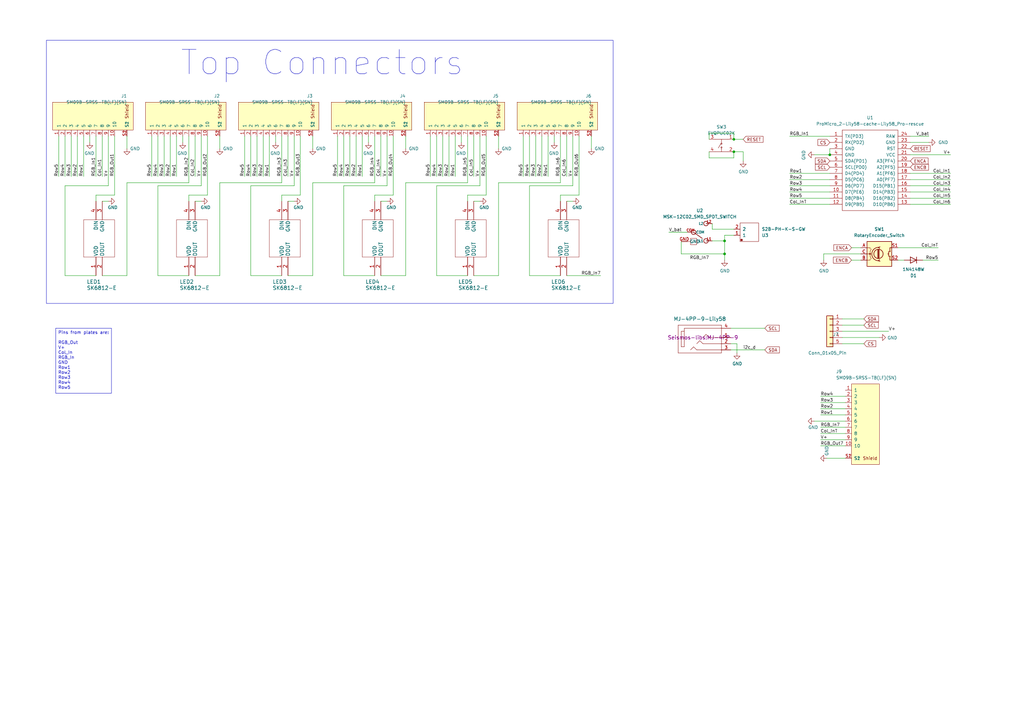
<source format=kicad_sch>
(kicad_sch (version 20230121) (generator eeschema)
  (paper "A3")
  (lib_symbols
    (symbol "Diode:1N4148W" (pin_numbers hide) (pin_names hide)
      (property "Reference" "D" (at 0 2.54 0))
      (property "Value" "1N4148W" (at 0 -2.54 0))
      (symbol "1N4148W_0_1"
        (polyline (pts (xy -1.27 1.27) (xy -1.27 -1.27)) (stroke (width 0.254)))
        (polyline (pts (xy 1.27 0) (xy -1.27 0)))
        (polyline (pts (xy 1.27 1.27) (xy 1.27 -1.27) (xy -1.27 0) (xy 1.27 1.27)) (stroke (width 0.254)))
      )
      (symbol "1N4148W_1_1"
        (pin passive line (at -3.81 0 0) (length 2.54) (name "K") (number "1"))
        (pin passive line (at 3.81 0 180) (length 2.54) (name "A") (number "2"))
      )
    )
    (symbol "GND_1" (power) (pin_names (offset 0))
      (property "Value" "GND_1" (at 0 -3.81 0))
      (symbol "GND_1_0_1"
        (polyline (pts (xy 0 0) (xy 0 -1.27) (xy 1.27 -1.27) (xy 0 -2.54) (xy -1.27 -1.27) (xy 0 -1.27)))
      )
      (symbol "GND_1_1_1"
        (pin power_in line (at 0 0 270) (length 0) hide (name "GND") (number "1"))
      )
    )
    (symbol "Seismos-sym:Conn_01x05" (pin_names (offset 1.016) hide)
      (property "Reference" "J" (at 0 7.62 0))
      (property "Value" "Conn_01x05" (at 0 -7.62 0))
      (symbol "Conn_01x05_1_1"
        (rectangle (start -1.27 -4.953) (end 0 -5.207) (stroke (width 0.1524)))
        (rectangle (start -1.27 -2.413) (end 0 -2.667) (stroke (width 0.1524)))
        (rectangle (start -1.27 0.127) (end 0 -0.127) (stroke (width 0.1524)))
        (rectangle (start -1.27 2.667) (end 0 2.413) (stroke (width 0.1524)))
        (rectangle (start -1.27 5.207) (end 0 4.953) (stroke (width 0.1524)))
        (rectangle (start -1.27 6.35) (end 1.27 -6.35) (stroke (width 0.254)) (fill (type background)))
        (pin passive line (at -5.08 5.08 0) (length 3.81) (name "Pin_1") (number "1"))
        (pin passive line (at -5.08 2.54 0) (length 3.81) (name "Pin_2") (number "2"))
        (pin passive line (at -5.08 0 0) (length 3.81) (name "Pin_3") (number "3"))
        (pin passive line (at -5.08 -2.54 0) (length 3.81) (name "Pin_4") (number "4"))
        (pin passive line (at -5.08 -5.08 0) (length 3.81) (name "Pin_5") (number "5"))
      )
    )
    (symbol "Seismos-sym:EVQPUC02K" (pin_names (offset 1.016) hide)
      (property "Reference" "SW" (at 0 7.747 0))
      (property "Value" "EVQPUC02K" (at 0 12.827 0))
      (symbol "EVQPUC02K_1_1"
        (circle (center 0 -0.762) (radius 0.254) (stroke (width 0.1524)))
        (polyline (pts (xy -2.54 -2.54) (xy 2.54 -2.54)) (stroke (width 0.1524)))
        (polyline (pts (xy -2.54 2.54) (xy 2.54 2.54)) (stroke (width 0.1524)))
        (polyline (pts (xy -1.27 -1.016) (xy -0.254 0.762)) (stroke (width 0.1524)))
        (polyline (pts (xy 0 -2.54) (xy 0 -1.524)) (stroke (width 0.1524)))
        (polyline (pts (xy 0 -1.524) (xy 0 -0.762)) (stroke (width 0.1524)))
        (polyline (pts (xy 0 2.54) (xy 0 0.762)) (stroke (width 0.1524)))
        (circle (center 0 0.762) (radius 0.254) (stroke (width 0.1524)))
        (pin input line (at 5.08 2.54 180) (length 2.54) (name "1") (number "1"))
        (pin input line (at 5.08 -2.54 180) (length 2.54) (name "2") (number "2"))
        (pin input line (at -5.08 2.54 0) (length 2.54) (name "3") (number "3"))
        (pin input line (at -5.08 -2.54 0) (length 2.54) (name "4") (number "4"))
      )
    )
    (symbol "Seismos-sym:MJ-4PP-9-Lily58" (pin_names (offset 1.016))
      (property "Reference" "J" (at -8.89 -7.62 0))
      (property "Value" "MJ-4PP-9-Lily58" (at -3.81 6.35 0))
      (property "Footprint" "Seismos-libs:MJ-4PP-9" (at 0 0 0))
      (symbol "MJ-4PP-9-Lily58_0_1"
        (rectangle (start -7.62 2.54) (end -8.89 -3.81))
        (polyline (pts (xy 2.54 0) (xy 7.62 0)))
        (polyline (pts (xy -2.54 -5.08) (xy 7.62 -5.08) (xy 7.62 -5.08)))
        (polyline (pts (xy 0 -2.54) (xy -1.27 -1.27) (xy -2.54 -2.54)))
        (polyline (pts (xy 0 0) (xy 1.27 1.27) (xy 2.54 0)))
        (polyline (pts (xy 7.62 3.81) (xy -7.62 3.81) (xy -7.62 2.54)))
        (polyline (pts (xy -2.54 -5.08) (xy -3.81 -3.81) (xy -5.08 -5.08) (xy -5.08 -5.08)))
        (polyline (pts (xy 0 -2.54) (xy 7.62 -2.54) (xy 7.62 -2.54) (xy 7.62 -2.54)))
        (rectangle (start 7.62 -6.35) (end -10.16 5.08))
      )
      (symbol "MJ-4PP-9-Lily58_1_1"
        (pin passive line (at 11.43 0 180) (length 3.81) (name "~") (number "1"))
        (pin passive line (at 11.43 -2.54 180) (length 3.81) (name "~") (number "2"))
        (pin passive line (at 11.43 -5.08 180) (length 3.81) (name "~") (number "3"))
        (pin passive line (at 11.43 3.81 180) (length 3.81) (name "~") (number "4"))
      )
    )
    (symbol "Seismos-sym:MSK-12C02_SMD_SPDT_SWITCH" (pin_names (offset 1.016))
      (property "Reference" "U" (at -5.08 7.62 0))
      (property "Value" "MSK-12C02_SMD_SPDT_SWITCH" (at -5.08 -7.62 0))
      (symbol "MSK-12C02_SMD_SPDT_SWITCH_0_0"
        (circle (center -5.08 0) (radius 0.9158) (stroke (width 0.254)))
        (circle (center 0 -3.556) (radius 0.9158) (stroke (width 0.254)))
        (polyline (pts (xy -5.08 0) (xy -1.524 -2.54)) (stroke (width 0.254)))
        (circle (center 0 3.556) (radius 0.9158) (stroke (width 0.254)))
        (pin bidirectional line (at -7.62 0 0) (length 2.54) (name "COM") (number "COM"))
        (pin bidirectional line (at 2.54 -3.556 180) (length 2.54) (name "L1") (number "L1"))
        (pin bidirectional line (at 2.54 3.556 180) (length 2.54) (name "L2") (number "L2"))
      )
      (symbol "MSK-12C02_SMD_SPDT_SWITCH_0_1"
        (rectangle (start -6.35 -2.54) (end -3.81 -5.08))
        (polyline (pts (xy -7.62 -3.81) (xy -6.35 -3.81)))
      )
      (symbol "MSK-12C02_SMD_SPDT_SWITCH_1_1"
        (pin bidirectional line (at -10.16 -3.81 0) (length 2.54) (name "GND") (number "GND"))
      )
    )
    (symbol "Seismos-sym:ProMicro_2-Lily58" (pin_names (offset 1.016))
      (property "Reference" "U" (at 0 17.78 0))
      (property "Value" "ProMicro_2-Lily58" (at 0 -17.78 0))
      (symbol "ProMicro_2-Lily58_0_1"
        (rectangle (start -11.43 16.51) (end 11.43 -16.51))
      )
      (symbol "ProMicro_2-Lily58_1_1"
        (pin bidirectional line (at -16.51 13.97 0) (length 5.08) (name "TX(PD3)") (number "1"))
        (pin input line (at -16.51 -8.89 0) (length 5.08) (name "D7(PE6)") (number "10"))
        (pin input line (at -16.51 -11.43 0) (length 5.08) (name "D8(PB4)") (number "11"))
        (pin input line (at -16.51 -13.97 0) (length 5.08) (name "D9(PB5)") (number "12"))
        (pin input line (at 16.51 -13.97 180) (length 5.08) (name "D10(PB6)") (number "13"))
        (pin input line (at 16.51 -11.43 180) (length 5.08) (name "D16(PB2)") (number "14"))
        (pin input line (at 16.51 -8.89 180) (length 5.08) (name "D14(PB3)") (number "15"))
        (pin input line (at 16.51 -6.35 180) (length 5.08) (name "D15(PB1)") (number "16"))
        (pin input line (at 16.51 -3.81 180) (length 5.08) (name "A0(PF7)") (number "17"))
        (pin input line (at 16.51 -1.27 180) (length 5.08) (name "A1(PF6)") (number "18"))
        (pin input line (at 16.51 1.27 180) (length 5.08) (name "A2(PF5)") (number "19"))
        (pin input line (at -16.51 11.43 0) (length 5.08) (name "RX(PD2)") (number "2"))
        (pin input line (at 16.51 3.81 180) (length 5.08) (name "A3(PF4)") (number "20"))
        (pin input line (at 16.51 6.35 180) (length 5.08) (name "VCC") (number "21"))
        (pin input line (at 16.51 8.89 180) (length 5.08) (name "RST") (number "22"))
        (pin input line (at 16.51 11.43 180) (length 5.08) (name "GND") (number "23"))
        (pin input line (at 16.51 13.97 180) (length 5.08) (name "RAW") (number "24"))
        (pin input line (at -16.51 8.89 0) (length 5.08) (name "GND") (number "3"))
        (pin input line (at -16.51 6.35 0) (length 5.08) (name "GND") (number "4"))
        (pin input line (at -16.51 3.81 0) (length 5.08) (name "SDA(PD1)") (number "5"))
        (pin input line (at -16.51 1.27 0) (length 5.08) (name "SCL(PD0)") (number "6"))
        (pin input line (at -16.51 -1.27 0) (length 5.08) (name "D4(PD4)") (number "7"))
        (pin input line (at -16.51 -3.81 0) (length 5.08) (name "D5(PC6)") (number "8"))
        (pin input line (at -16.51 -6.35 0) (length 5.08) (name "D6(PD7)") (number "9"))
      )
    )
    (symbol "Seismos-sym:RotaryEncoder_Switch" (pin_names (offset 0.254) hide)
      (property "Reference" "SW" (at 0 6.604 0))
      (property "Value" "RotaryEncoder_Switch" (at 0 -6.604 0))
      (symbol "RotaryEncoder_Switch_0_1"
        (rectangle (start -5.08 5.08) (end 5.08 -5.08) (stroke (width 0.254)) (fill (type background)))
        (circle (center -3.81 0) (radius 0.254) (fill (type outline)))
        (circle (center -0.381 0) (radius 1.905) (stroke (width 0.254)))
        (arc (start -0.381 2.667) (mid -3.0988 -0.0635) (end -0.381 -2.794) (stroke (width 0.254)))
        (polyline (pts (xy -0.635 -1.778) (xy -0.635 1.778)) (stroke (width 0.254)))
        (polyline (pts (xy -0.381 -1.778) (xy -0.381 1.778)) (stroke (width 0.254)))
        (polyline (pts (xy -0.127 1.778) (xy -0.127 -1.778)) (stroke (width 0.254)))
        (polyline (pts (xy 3.81 0) (xy 3.429 0)) (stroke (width 0.254)))
        (polyline (pts (xy 3.81 1.016) (xy 3.81 -1.016)) (stroke (width 0.254)))
        (polyline (pts (xy -5.08 -2.54) (xy -3.81 -2.54) (xy -3.81 -2.032)))
        (polyline (pts (xy -5.08 2.54) (xy -3.81 2.54) (xy -3.81 2.032)))
        (polyline (pts (xy 0.254 -3.048) (xy -0.508 -2.794) (xy 0.127 -2.413)) (stroke (width 0.254)))
        (polyline (pts (xy 0.254 2.921) (xy -0.508 2.667) (xy 0.127 2.286)) (stroke (width 0.254)))
        (polyline (pts (xy 5.08 -2.54) (xy 4.318 -2.54) (xy 4.318 -1.016)) (stroke (width 0.254)))
        (polyline (pts (xy 5.08 2.54) (xy 4.318 2.54) (xy 4.318 1.016)) (stroke (width 0.254)))
        (polyline (pts (xy -5.08 0) (xy -3.81 0) (xy -3.81 -1.016) (xy -3.302 -2.032)))
        (polyline (pts (xy -4.318 0) (xy -3.81 0) (xy -3.81 1.016) (xy -3.302 2.032)))
        (circle (center 4.318 -1.016) (radius 0.127) (stroke (width 0.254)))
        (circle (center 4.318 1.016) (radius 0.127) (stroke (width 0.254)))
      )
      (symbol "RotaryEncoder_Switch_1_1"
        (pin passive line (at -7.62 2.54 0) (length 2.54) (name "A") (number "A"))
        (pin passive line (at -7.62 -2.54 0) (length 2.54) (name "B") (number "B"))
        (pin passive line (at -7.62 0 0) (length 2.54) (name "C") (number "C"))
        (pin passive line (at 7.62 2.54 180) (length 2.54) (name "S1") (number "S1"))
        (pin passive line (at 7.62 -2.54 180) (length 2.54) (name "S2") (number "S2"))
      )
    )
    (symbol "Seismos-sym:S2B-PH-K-S-GW" (pin_names (offset 1.016))
      (property "Reference" "U" (at 0 6.35 0))
      (property "Value" "S2B-PH-K-S-GW" (at 0 11.43 0))
      (symbol "S2B-PH-K-S-GW_1_1"
        (rectangle (start -2.54 3.81) (end 5.08 -3.81) (stroke (width 0.1524)))
        (circle (center -1.905 3.175) (radius 0.381) (stroke (width 0.1524)) (fill (type outline)))
        (pin input line (at -5.08 1.27 0) (length 2.54) (name "1") (number "1"))
        (pin input line (at -5.08 -1.27 0) (length 2.54) (name "2") (number "2"))
      )
    )
    (symbol "Seismos-sym:SK6812-E" (pin_names (offset 0.254))
      (property "Reference" "LED" (at 15.24 -10.16 0))
      (property "Value" "SK6812-E" (at 15.24 -12.7 0))
      (symbol "SK6812-E_1_1"
        (polyline (pts (xy 7.62 -7.62) (xy 22.86 -7.62)) (stroke (width 0.127)))
        (polyline (pts (xy 7.62 5.08) (xy 7.62 -7.62)) (stroke (width 0.127)))
        (polyline (pts (xy 22.86 -7.62) (xy 22.86 5.08)) (stroke (width 0.127)))
        (polyline (pts (xy 22.86 5.08) (xy 7.62 5.08)) (stroke (width 0.127)))
        (pin power_in line (at 0 0 0) (length 7.62) (name "VDD") (number "1"))
        (pin output line (at 0 -2.54 0) (length 7.62) (name "DOUT") (number "2"))
        (pin power_out line (at 30.48 -2.54 180) (length 7.62) (name "GND") (number "3"))
        (pin input line (at 30.48 0 180) (length 7.62) (name "DIN") (number "4"))
      )
    )
    (symbol "Seismos-sym:SM10B-SRSS-TB_(LF)(SN)" (pin_names (offset 1.016))
      (property "Reference" "CN" (at -9.4742 3.81 90))
      (property "Value" "SM10B-SRSS-TB_(LF)(SN)" (at 1.27 20.32 0))
      (symbol "SM10B-SRSS-TB_(LF)(SN)_1_1"
        (rectangle (start -3.81 17.78) (end 7.62 -15.24) (stroke (width 0.1524)) (fill (type background)))
        (text "Shield" (at 3.81 -12.7 0) (effects (font (size 1.27 1.27))))
        (pin input line (at -6.35 15.24 0) (length 2.54) (name "1") (number "1"))
        (pin input line (at -6.35 -7.62 0) (length 2.54) (name "10") (number "10"))
        (pin input line (at -6.35 12.7 0) (length 2.54) (name "2") (number "2"))
        (pin input line (at -6.35 10.16 0) (length 2.54) (name "3") (number "3"))
        (pin input line (at -6.35 7.62 0) (length 2.54) (name "4") (number "4"))
        (pin input line (at -6.35 5.08 0) (length 2.54) (name "5") (number "5"))
        (pin input line (at -6.35 2.54 0) (length 2.54) (name "6") (number "6"))
        (pin input line (at -6.35 0 0) (length 2.54) (name "7") (number "7"))
        (pin input line (at -6.35 -2.54 0) (length 2.54) (name "8") (number "8"))
        (pin input line (at -6.35 -5.08 0) (length 2.54) (name "9") (number "9"))
        (pin input line (at -6.35 -12.7 0) (length 2.54) (name "S1") (number "S1"))
        (pin input line (at -6.35 -12.7 0) (length 2.54) (name "S2") (number "S2"))
      )
    )
    (symbol "power:GND" (power) (pin_names (offset 0))
      (property "Value" "GND" (at 0 -3.81 0))
      (symbol "GND_0_1"
        (polyline (pts (xy 0 0) (xy 0 -1.27) (xy 1.27 -1.27) (xy 0 -2.54) (xy -1.27 -1.27) (xy 0 -1.27)))
      )
      (symbol "GND_1_1"
        (pin power_in line (at 0 0 270) (length 0) hide (name "GND") (number "1"))
      )
    )
  )
  (junction (at 297.18 98.806))
  (junction (at 340.36 63.5))
  (junction (at 300.99 62.23))
  (junction (at 300.99 57.15))
  (junction (at 297.18 104.14))
  (wire (pts (xy 323.85 83.82) (xy 340.36 83.82)))
  (wire (pts (xy 41.91 82.55) (xy 44.45 82.55)))
  (wire (pts (xy 179.07 76.2) (xy 179.07 113.03)))
  (wire (pts (xy 24.13 55.88) (xy 24.13 72.39)))
  (wire (pts (xy 166.37 55.88) (xy 166.37 60.96)))
  (wire (pts (xy 179.07 113.03) (xy 191.77 113.03)))
  (wire (pts (xy 323.85 76.2) (xy 340.36 76.2)))
  (wire (pts (xy 237.49 80.01) (xy 229.87 80.01)))
  (wire (pts (xy 128.27 113.03) (xy 128.27 74.93)))
  (wire (pts (xy 153.67 55.88) (xy 153.67 74.93)))
  (wire (pts (xy 300.99 54.61) (xy 300.99 57.15)))
  (wire (pts (xy 69.85 55.88) (xy 69.85 72.39)))
  (wire (pts (xy 323.85 78.74) (xy 340.36 78.74)))
  (wire (pts (xy 373.38 78.74) (xy 389.89 78.74)))
  (wire (pts (xy 300.99 96.52) (xy 297.18 96.52)))
  (wire (pts (xy 140.97 113.03) (xy 153.67 113.03)))
  (wire (pts (xy 336.55 167.64) (xy 346.71 167.64)))
  (wire (pts (xy 297.18 106.68) (xy 297.18 104.14)))
  (wire (pts (xy 100.33 55.88) (xy 100.33 72.39)))
  (wire (pts (xy 118.11 113.03) (xy 128.27 113.03)))
  (wire (pts (xy 64.77 113.03) (xy 77.47 113.03)))
  (wire (pts (xy 345.44 133.35) (xy 354.33 133.35)))
  (wire (pts (xy 191.77 80.01) (xy 191.77 82.55)))
  (wire (pts (xy 115.57 80.01) (xy 115.57 82.55)))
  (wire (pts (xy 232.41 55.88) (xy 232.41 72.39)))
  (wire (pts (xy 323.85 73.66) (xy 340.36 73.66)))
  (wire (pts (xy 373.38 58.42) (xy 381 58.42)))
  (wire (pts (xy 323.85 71.12) (xy 340.36 71.12)))
  (wire (pts (xy 299.72 134.62) (xy 313.69 134.62)))
  (wire (pts (xy 204.47 74.93) (xy 229.87 74.93)))
  (wire (pts (xy 85.09 55.88) (xy 85.09 80.01)))
  (wire (pts (xy 153.67 80.01) (xy 153.67 82.55)))
  (wire (pts (xy 189.23 55.88) (xy 189.23 58.42)))
  (wire (pts (xy 41.91 113.03) (xy 52.07 113.03)))
  (wire (pts (xy 336.55 162.56) (xy 346.71 162.56)))
  (wire (pts (xy 337.82 104.14) (xy 337.82 106.68)))
  (wire (pts (xy 373.38 55.88) (xy 381 55.88)))
  (wire (pts (xy 156.21 113.03) (xy 166.37 113.03)))
  (wire (pts (xy 151.13 55.88) (xy 151.13 58.42)))
  (wire (pts (xy 297.18 98.806) (xy 297.18 104.14)))
  (wire (pts (xy 80.01 55.88) (xy 80.01 72.39)))
  (wire (pts (xy 181.61 55.88) (xy 181.61 72.39)))
  (wire (pts (xy 304.8 66.04) (xy 304.8 62.23)))
  (wire (pts (xy 224.79 55.88) (xy 224.79 72.39)))
  (wire (pts (xy 52.07 74.93) (xy 77.47 74.93)))
  (wire (pts (xy 290.83 62.23) (xy 290.83 64.77)))
  (wire (pts (xy 34.29 55.88) (xy 34.29 72.39)))
  (wire (pts (xy 156.21 55.88) (xy 156.21 72.39)))
  (wire (pts (xy 82.55 55.88) (xy 82.55 76.2)))
  (wire (pts (xy 232.41 113.03) (xy 246.38 113.03)))
  (wire (pts (xy 237.49 55.88) (xy 237.49 80.01)))
  (wire (pts (xy 373.38 83.82) (xy 389.89 83.82)))
  (wire (pts (xy 74.93 55.88) (xy 74.93 58.42)))
  (wire (pts (xy 90.17 74.93) (xy 115.57 74.93)))
  (wire (pts (xy 349.25 101.6) (xy 353.06 101.6)))
  (wire (pts (xy 123.19 80.01) (xy 115.57 80.01)))
  (wire (pts (xy 176.53 55.88) (xy 176.53 72.39)))
  (wire (pts (xy 232.41 82.55) (xy 234.95 82.55)))
  (wire (pts (xy 336.55 175.26) (xy 346.71 175.26)))
  (wire (pts (xy 64.77 55.88) (xy 64.77 72.39)))
  (wire (pts (xy 214.63 55.88) (xy 214.63 72.39)))
  (wire (pts (xy 39.37 80.01) (xy 39.37 82.55)))
  (wire (pts (xy 146.05 55.88) (xy 146.05 72.39)))
  (wire (pts (xy 143.51 55.88) (xy 143.51 72.39)))
  (wire (pts (xy 113.03 55.88) (xy 113.03 58.42)))
  (wire (pts (xy 336.55 182.88) (xy 346.71 182.88)))
  (wire (pts (xy 80.01 113.03) (xy 90.17 113.03)))
  (wire (pts (xy 44.45 55.88) (xy 44.45 76.2)))
  (wire (pts (xy 234.95 55.88) (xy 234.95 76.2)))
  (wire (pts (xy 64.77 76.2) (xy 64.77 113.03)))
  (wire (pts (xy 123.19 55.88) (xy 123.19 80.01)))
  (wire (pts (xy 336.55 180.34) (xy 346.71 180.34)))
  (wire (pts (xy 290.83 54.61) (xy 300.99 54.61)))
  (wire (pts (xy 158.75 76.2) (xy 140.97 76.2)))
  (wire (pts (xy 102.87 55.88) (xy 102.87 72.39)))
  (wire (pts (xy 105.41 55.88) (xy 105.41 72.39)))
  (wire (pts (xy 242.57 55.88) (xy 242.57 60.96)))
  (wire (pts (xy 227.33 55.88) (xy 227.33 58.42)))
  (wire (pts (xy 118.11 82.55) (xy 120.65 82.55)))
  (wire (pts (xy 323.85 81.28) (xy 340.36 81.28)))
  (wire (pts (xy 373.38 81.28) (xy 389.89 81.28)))
  (wire (pts (xy 336.55 170.18) (xy 346.71 170.18)))
  (wire (pts (xy 72.39 55.88) (xy 72.39 72.39)))
  (wire (pts (xy 368.3 106.68) (xy 370.84 106.68)))
  (wire (pts (xy 90.17 113.03) (xy 90.17 74.93)))
  (wire (pts (xy 300.99 64.77) (xy 300.99 62.23)))
  (wire (pts (xy 120.65 76.2) (xy 102.87 76.2)))
  (wire (pts (xy 297.18 96.52) (xy 297.18 98.806)))
  (wire (pts (xy 323.85 55.88) (xy 340.36 55.88)))
  (wire (pts (xy 345.44 138.43) (xy 360.68 138.43)))
  (wire (pts (xy 199.39 80.01) (xy 191.77 80.01)))
  (wire (pts (xy 373.38 76.2) (xy 389.89 76.2)))
  (wire (pts (xy 191.77 55.88) (xy 191.77 74.93)))
  (wire (pts (xy 194.31 55.88) (xy 194.31 72.39)))
  (wire (pts (xy 340.36 60.96) (xy 340.36 63.5)))
  (wire (pts (xy 217.17 113.03) (xy 229.87 113.03)))
  (wire (pts (xy 107.95 55.88) (xy 107.95 72.39)))
  (wire (pts (xy 140.97 76.2) (xy 140.97 113.03)))
  (wire (pts (xy 222.25 55.88) (xy 222.25 72.39)))
  (wire (pts (xy 77.47 55.88) (xy 77.47 74.93)))
  (wire (pts (xy 102.87 76.2) (xy 102.87 113.03)))
  (wire (pts (xy 44.45 76.2) (xy 26.67 76.2)))
  (wire (pts (xy 292.1 93.98) (xy 300.99 93.98)))
  (wire (pts (xy 62.23 55.88) (xy 62.23 72.39)))
  (wire (pts (xy 196.85 76.2) (xy 179.07 76.2)))
  (wire (pts (xy 378.46 106.68) (xy 384.81 106.68)))
  (wire (pts (xy 52.07 55.88) (xy 52.07 60.96)))
  (wire (pts (xy 234.95 76.2) (xy 217.17 76.2)))
  (wire (pts (xy 161.29 55.88) (xy 161.29 80.01)))
  (wire (pts (xy 138.43 55.88) (xy 138.43 72.39)))
  (wire (pts (xy 340.36 63.5) (xy 334.01 63.5)))
  (wire (pts (xy 368.3 101.6) (xy 384.81 101.6)))
  (wire (pts (xy 229.87 55.88) (xy 229.87 74.93)))
  (wire (pts (xy 46.99 55.88) (xy 46.99 80.01)))
  (wire (pts (xy 219.71 55.88) (xy 219.71 72.39)))
  (wire (pts (xy 229.87 80.01) (xy 229.87 82.55)))
  (wire (pts (xy 290.83 57.15) (xy 290.83 54.61)))
  (wire (pts (xy 204.47 55.88) (xy 204.47 60.96)))
  (wire (pts (xy 82.55 76.2) (xy 64.77 76.2)))
  (wire (pts (xy 52.07 113.03) (xy 52.07 74.93)))
  (wire (pts (xy 158.75 55.88) (xy 158.75 76.2)))
  (wire (pts (xy 166.37 74.93) (xy 191.77 74.93)))
  (wire (pts (xy 29.21 55.88) (xy 29.21 72.39)))
  (wire (pts (xy 120.65 55.88) (xy 120.65 76.2)))
  (wire (pts (xy 299.72 140.97) (xy 302.26 140.97)))
  (wire (pts (xy 118.11 55.88) (xy 118.11 72.39)))
  (wire (pts (xy 279.4 104.14) (xy 297.18 104.14)))
  (wire (pts (xy 67.31 55.88) (xy 67.31 72.39)))
  (wire (pts (xy 26.67 76.2) (xy 26.67 113.03)))
  (wire (pts (xy 196.85 55.88) (xy 196.85 76.2)))
  (wire (pts (xy 339.09 187.96) (xy 346.71 187.96)))
  (wire (pts (xy 110.49 55.88) (xy 110.49 72.39)))
  (wire (pts (xy 299.72 143.51) (xy 313.69 143.51)))
  (wire (pts (xy 31.75 55.88) (xy 31.75 72.39)))
  (wire (pts (xy 300.99 57.15) (xy 304.8 57.15)))
  (wire (pts (xy 186.69 55.88) (xy 186.69 72.39)))
  (wire (pts (xy 179.07 55.88) (xy 179.07 72.39)))
  (wire (pts (xy 166.37 113.03) (xy 166.37 74.93)))
  (wire (pts (xy 217.17 76.2) (xy 217.17 113.03)))
  (wire (pts (xy 204.47 113.03) (xy 204.47 74.93)))
  (wire (pts (xy 373.38 73.66) (xy 389.89 73.66)))
  (wire (pts (xy 373.38 71.12) (xy 389.89 71.12)))
  (wire (pts (xy 274.32 95.25) (xy 281.94 95.25)))
  (wire (pts (xy 194.31 113.03) (xy 204.47 113.03)))
  (wire (pts (xy 336.55 165.1) (xy 346.71 165.1)))
  (wire (pts (xy 128.27 74.93) (xy 153.67 74.93)))
  (wire (pts (xy 292.1 98.806) (xy 297.18 98.806)))
  (wire (pts (xy 373.38 63.5) (xy 389.89 63.5)))
  (wire (pts (xy 336.55 177.8) (xy 346.71 177.8)))
  (wire (pts (xy 90.17 55.88) (xy 90.17 60.96)))
  (wire (pts (xy 80.01 82.55) (xy 82.55 82.55)))
  (wire (pts (xy 85.09 80.01) (xy 77.47 80.01)))
  (wire (pts (xy 292.1 93.98) (xy 292.1 91.694)))
  (wire (pts (xy 353.06 104.14) (xy 337.82 104.14)))
  (wire (pts (xy 115.57 55.88) (xy 115.57 74.93)))
  (wire (pts (xy 199.39 55.88) (xy 199.39 80.01)))
  (wire (pts (xy 184.15 55.88) (xy 184.15 72.39)))
  (wire (pts (xy 128.27 55.88) (xy 128.27 60.96)))
  (wire (pts (xy 345.44 130.81) (xy 354.33 130.81)))
  (wire (pts (xy 26.67 113.03) (xy 39.37 113.03)))
  (wire (pts (xy 334.01 172.72) (xy 346.71 172.72)))
  (wire (pts (xy 194.31 82.55) (xy 196.85 82.55)))
  (wire (pts (xy 41.91 55.88) (xy 41.91 72.39)))
  (wire (pts (xy 304.8 62.23) (xy 300.99 62.23)))
  (wire (pts (xy 140.97 55.88) (xy 140.97 72.39)))
  (wire (pts (xy 217.17 55.88) (xy 217.17 72.39)))
  (wire (pts (xy 39.37 55.88) (xy 39.37 72.39)))
  (wire (pts (xy 77.47 80.01) (xy 77.47 82.55)))
  (wire (pts (xy 349.25 106.68) (xy 353.06 106.68)))
  (wire (pts (xy 26.67 55.88) (xy 26.67 72.39)))
  (wire (pts (xy 345.44 135.89) (xy 364.49 135.89)))
  (wire (pts (xy 279.4 99.06) (xy 279.4 104.14)))
  (wire (pts (xy 102.87 113.03) (xy 115.57 113.03)))
  (wire (pts (xy 156.21 82.55) (xy 158.75 82.55)))
  (wire (pts (xy 36.83 55.88) (xy 36.83 58.42)))
  (wire (pts (xy 345.44 140.97) (xy 354.33 140.97)))
  (wire (pts (xy 302.26 140.97) (xy 302.26 144.78)))
  (wire (pts (xy 46.99 80.01) (xy 39.37 80.01)))
  (wire (pts (xy 290.83 64.77) (xy 300.99 64.77)))
  (wire (pts (xy 161.29 80.01) (xy 153.67 80.01)))
  (wire (pts (xy 148.59 55.88) (xy 148.59 72.39)))
  (rectangle (start 19.05 16.51) (end 251.46 124.46))
  (text_box "Pins from plates are:\n\nRGB_Out\nV+\nCol_In\nRGB_In\nGND\nRow1\nRow2\nRow3\nRow4\nRow5" (at 22.86 134.62 0) (size 22.86 26.67) (effects (font (size 1.27 1.27)) (justify left top)))
  (text "Top Connectors" (at 73.66 31.75 0) (effects (font (size 10 10)) (justify left bottom)))
  (label "Row1" (at 186.69 72.39 90))
  (label "Col_In4" (at 156.21 72.39 90))
  (label "RGB_In7" (at 290.83 106.68 180))
  (label "RGB_Out1" (at 46.99 72.39 90))
  (label "Row2" (at 222.25 72.39 90))
  (label "Row1" (at 110.49 72.39 90))
  (label "Col_InT" (at 323.85 83.82 0))
  (label "Row1" (at 34.29 72.39 90))
  (label "Row2" (at 336.55 167.64 0))
  (label "RGB_In1" (at 39.37 72.39 90))
  (label "Row5" (at 100.33 72.39 90))
  (label "Row2" (at 31.75 72.39 90))
  (label "Row3" (at 105.41 72.39 90))
  (label "Row2" (at 107.95 72.39 90))
  (label "V+" (at 82.55 72.39 90))
  (label "V_bat" (at 381 55.88 180))
  (label "Col_In1" (at 389.89 71.12 180))
  (label "Col_In1" (at 41.91 72.39 90))
  (label "Row1" (at 323.85 71.12 0))
  (label "Col_In2" (at 389.89 73.66 180))
  (label "Row4" (at 64.77 72.39 90))
  (label "Row5" (at 176.53 72.39 90))
  (label "Col_InT" (at 384.81 101.6 180))
  (label "Row4" (at 217.17 72.39 90))
  (label "Row3" (at 323.85 76.2 0))
  (label "Col_In5" (at 389.89 81.28 180))
  (label "V_bat" (at 274.32 95.25 0))
  (label "RGB_Out7" (at 336.55 182.88 0))
  (label "Row5" (at 24.13 72.39 90))
  (label "Col_In3" (at 118.11 72.39 90))
  (label "Row3" (at 219.71 72.39 90))
  (label "Row3" (at 181.61 72.39 90))
  (label "Row5" (at 323.85 81.28 0))
  (label "RGB_Out3" (at 123.19 72.39 90))
  (label "Row4" (at 323.85 78.74 0))
  (label "Row4" (at 26.67 72.39 90))
  (label "Row3" (at 67.31 72.39 90))
  (label "RGB_Out5" (at 199.39 72.39 90))
  (label "RGB_In6" (at 229.87 72.39 90))
  (label "V+" (at 44.45 72.39 90))
  (label "RGB_In4" (at 153.67 72.39 90))
  (label "Row1" (at 224.79 72.39 90))
  (label "V+" (at 158.75 72.39 90))
  (label "RGB_In5" (at 191.77 72.39 90))
  (label "Col_In6" (at 389.89 83.82 180))
  (label "Col_In6" (at 232.41 72.39 90))
  (label "V+" (at 234.95 72.39 90))
  (label "Row1" (at 148.59 72.39 90))
  (label "V+" (at 120.65 72.39 90))
  (label "RGB_In2" (at 77.47 72.39 90))
  (label "Row4" (at 140.97 72.39 90))
  (label "V+" (at 389.89 63.5 180))
  (label "RGB_Out2" (at 85.09 72.39 90))
  (label "RGB_Out4" (at 161.29 72.39 90))
  (label "Row1" (at 72.39 72.39 90))
  (label "Row5" (at 384.81 106.68 180))
  (label "V+" (at 364.49 135.89 0))
  (label "Row4" (at 179.07 72.39 90))
  (label "RGB_Out6" (at 237.49 72.39 90))
  (label "Row5" (at 62.23 72.39 90))
  (label "Row3" (at 336.55 165.1 0))
  (label "i2c_d" (at 304.8 143.51 0))
  (label "Col_In4" (at 389.89 78.74 180))
  (label "Row2" (at 323.85 73.66 0))
  (label "V+" (at 196.85 72.39 90))
  (label "Col_In2" (at 80.01 72.39 90))
  (label "RGB_In1" (at 323.85 55.88 0))
  (label "Row3" (at 143.51 72.39 90))
  (label "Row3" (at 29.21 72.39 90))
  (label "Col_In3" (at 389.89 76.2 180))
  (label "Row1" (at 336.55 170.18 0))
  (label "Row2" (at 69.85 72.39 90))
  (label "Col_In5" (at 194.31 72.39 90))
  (label "Row4" (at 102.87 72.39 90))
  (label "V+" (at 336.55 180.34 0))
  (label "Row5" (at 214.63 72.39 90))
  (label "Row5" (at 138.43 72.39 90))
  (label "RGB_In7" (at 246.38 113.03 180))
  (label "Col_InT" (at 336.55 177.8 0))
  (label "RGB_In7" (at 336.55 175.26 0))
  (label "Row2" (at 146.05 72.39 90))
  (label "Row2" (at 184.15 72.39 90))
  (label "Row4" (at 336.55 162.56 0))
  (label "RGB_In3" (at 115.57 72.39 90))
  (global_label "SDA" (shape input) (at 340.36 66.04 180) (property "Intersheetrefs" "${INTERSHEET_REFS}" (effects hide)))
  (global_label "SDA" (shape input) (at 354.33 130.81 0) (property "Intersheetrefs" "${INTERSHEET_REFS}" (effects hide)))
  (global_label "SCL" (shape input) (at 313.69 134.62 0) (property "Intersheetrefs" "${INTERSHEET_REFS}" (effects hide)))
  (global_label "SCL" (shape input) (at 340.36 68.58 180) (property "Intersheetrefs" "${INTERSHEET_REFS}" (effects hide)))
  (global_label "ENCB" (shape input) (at 373.38 68.58 0) (property "Intersheetrefs" "${INTERSHEET_REFS}" (effects hide)))
  (global_label "ENCA" (shape input) (at 373.38 66.04 0) (property "Intersheetrefs" "${INTERSHEET_REFS}" (effects hide)))
  (global_label "RESET" (shape input) (at 304.8 57.15 0) (property "Intersheetrefs" "${INTERSHEET_REFS}" (effects hide)))
  (global_label "ENCB" (shape input) (at 349.25 106.68 180) (property "Intersheetrefs" "${INTERSHEET_REFS}" (effects hide)))
  (global_label "RESET" (shape input) (at 373.38 60.96 0) (property "Intersheetrefs" "${INTERSHEET_REFS}" (effects hide)))
  (global_label "ENCA" (shape input) (at 349.25 101.6 180) (property "Intersheetrefs" "${INTERSHEET_REFS}" (effects hide)))
  (global_label "SCL" (shape input) (at 354.33 133.35 0) (property "Intersheetrefs" "${INTERSHEET_REFS}" (effects hide)))
  (global_label "CS" (shape input) (at 340.36 58.42 180) (property "Intersheetrefs" "${INTERSHEET_REFS}" (effects hide)))
  (global_label "SDA" (shape input) (at 313.69 143.51 0) (property "Intersheetrefs" "${INTERSHEET_REFS}" (effects hide)))
  (global_label "CS" (shape input) (at 354.33 140.97 0) (property "Intersheetrefs" "${INTERSHEET_REFS}" (effects hide)))
  (symbol (lib_id "Seismos-sym:SM10B-SRSS-TB_(LF)(SN)") (at 229.87 49.53 90) (unit 1)
    (property "Reference" "J6" (at 242.57 39.37 90) (effects (justify left)))
    (property "Value" "SM09B-SRSS-TB(LF)(SN)" (at 242.57 41.91 90) (effects (justify left)))
    (property "Footprint" "Seismos-libs:CONN-SMD_10P-P1.00_SM10B-SRSS-TB-LF-SN" (effects hide))
    (property "Datasheet" "http://www.szlcsc.com/product/details_171789.html" (effects hide))
    (property "PARTREV" "1.0" (effects hide))
    (property "MANUFACTURER" "Manufacturer_name" (effects hide))
    (property "STANDARD" "Manufacturer Recommendations" (effects hide))
    (property "SuppliersPartNumber" "C160409" (effects hide))
    (property "uuid" "std:5e45a64e8ce7478d8accd2bac4409ba5" (effects hide))
  )
  (symbol (lib_name "GND_1") (lib_id "power:GND") (at 36.83 58.42 0) (mirror y) (unit 1)
    (property "Reference" "#PWR012" (effects hide))
    (property "Value" "GND" (at 38.735 62.865 0) (effects (justify left)))
  )
  (symbol (lib_id "power:GND") (at 52.07 60.96 0) (unit 1)
    (property "Reference" "#PWR02" (effects hide))
    (property "Value" "GND" (at 53.34 60.96 0) (effects (justify left)))
  )
  (symbol (lib_id "Seismos-sym:RotaryEncoder_Switch") (at 360.68 104.14 0) (unit 1)
    (property "Reference" "SW1" (at 360.68 93.98 0))
    (property "Value" "RotaryEncoder_Switch" (at 360.68 96.52 0))
    (property "Footprint" "Seismos-libs:RotaryEncoder_Alps_EC11E-Switch_Vertical_H20mm-keebio_modified" (effects hide))
  )
  (symbol (lib_id "power:GND") (at 242.57 60.96 0) (unit 1)
    (property "Reference" "#PWR028" (effects hide))
    (property "Value" "GND" (at 243.84 60.96 0) (effects (justify left)))
  )
  (symbol (lib_id "power:GND") (at 302.26 144.78 0) (unit 1)
    (property "Reference" "#PWR019" (effects hide))
    (property "Value" "GND" (at 302.387 149.1742 0))
  )
  (symbol (lib_id "power:GND") (at 44.45 82.55 90) (unit 1)
    (property "Reference" "#PWR021" (effects hide))
    (property "Value" "GND" (at 48.26 85.09 90) (effects (justify left)))
  )
  (symbol (lib_id "Seismos-sym:SK6812-E") (at 77.47 113.03 90) (unit 1)
    (property "Reference" "LED2" (at 73.66 115.57 90) (effects (font (size 1.524 1.524)) (justify right)))
    (property "Value" "SK6812-E" (at 73.66 118.11 90) (effects (font (size 1.524 1.524)) (justify right)))
    (property "Footprint" "Seismos-libs:SK6812-E" (effects hide))
  )
  (symbol (lib_id "Seismos-sym:ProMicro_2-Lily58") (at 356.87 69.85 0) (unit 1)
    (property "Reference" "U1" (at 356.87 48.26 0))
    (property "Value" "ProMicro_2-Lily58-cache-Lily58_Pro-rescue" (at 356.87 50.8 0))
    (property "Footprint" "keyboard_reversible:ProMicro" (effects hide))
  )
  (symbol (lib_id "Seismos-sym:EVQPUC02K") (at 295.91 59.69 0) (unit 1)
    (property "Reference" "SW3" (at 295.91 52.07 0))
    (property "Value" "EVQPUC02K" (at 295.91 54.61 0))
    (property "Footprint" "Seismos-libs:SW-SMD_EVQPUD02K" (effects hide))
    (property "Datasheet" "http://www.szlcsc.com/product/details_80311.html" (effects hide))
    (property "SuppliersPartNumber" "C79174" (effects hide))
    (property "uuid" "std:89571b53ad64408584c96bcda364818c" (effects hide))
  )
  (symbol (lib_id "Seismos-sym:SK6812-E") (at 191.77 113.03 90) (unit 1)
    (property "Reference" "LED5" (at 187.96 115.57 90) (effects (font (size 1.524 1.524)) (justify right)))
    (property "Value" "SK6812-E" (at 187.96 118.11 90) (effects (font (size 1.524 1.524)) (justify right)))
    (property "Footprint" "Seismos-libs:SK6812-E" (effects hide))
  )
  (symbol (lib_id "Seismos-sym:SM10B-SRSS-TB_(LF)(SN)") (at 191.77 49.53 90) (unit 1)
    (property "Reference" "J5" (at 204.47 39.37 90) (effects (justify left)))
    (property "Value" "SM09B-SRSS-TB(LF)(SN)" (at 204.47 41.91 90) (effects (justify left)))
    (property "Footprint" "Seismos-libs:CONN-SMD_10P-P1.00_SM10B-SRSS-TB-LF-SN" (effects hide))
    (property "Datasheet" "http://www.szlcsc.com/product/details_171789.html" (effects hide))
    (property "PARTREV" "1.0" (effects hide))
    (property "MANUFACTURER" "Manufacturer_name" (effects hide))
    (property "STANDARD" "Manufacturer Recommendations" (effects hide))
    (property "SuppliersPartNumber" "C160409" (effects hide))
    (property "uuid" "std:5e45a64e8ce7478d8accd2bac4409ba5" (effects hide))
  )
  (symbol (lib_name "GND_1") (lib_id "power:GND") (at 74.93 58.42 0) (mirror y) (unit 1)
    (property "Reference" "#PWR01" (effects hide))
    (property "Value" "GND" (at 76.835 62.865 0) (effects (justify left)))
  )
  (symbol (lib_id "Seismos-sym:SM10B-SRSS-TB_(LF)(SN)") (at 115.57 49.53 90) (unit 1)
    (property "Reference" "J3" (at 128.27 39.37 90) (effects (justify left)))
    (property "Value" "SM09B-SRSS-TB(LF)(SN)" (at 128.27 41.91 90) (effects (justify left)))
    (property "Footprint" "Seismos-libs:CONN-SMD_10P-P1.00_SM10B-SRSS-TB-LF-SN" (effects hide))
    (property "Datasheet" "http://www.szlcsc.com/product/details_171789.html" (effects hide))
    (property "PARTREV" "1.0" (effects hide))
    (property "MANUFACTURER" "Manufacturer_name" (effects hide))
    (property "STANDARD" "Manufacturer Recommendations" (effects hide))
    (property "SuppliersPartNumber" "C160409" (effects hide))
    (property "uuid" "std:5e45a64e8ce7478d8accd2bac4409ba5" (effects hide))
  )
  (symbol (lib_id "Seismos-sym:SK6812-E") (at 229.87 113.03 90) (unit 1)
    (property "Reference" "LED6" (at 226.06 115.57 90) (effects (font (size 1.524 1.524)) (justify right)))
    (property "Value" "SK6812-E" (at 226.06 118.11 90) (effects (font (size 1.524 1.524)) (justify right)))
    (property "Footprint" "Seismos-libs:SK6812-E" (effects hide))
  )
  (symbol (lib_id "Seismos-sym:SM10B-SRSS-TB_(LF)(SN)") (at 39.37 49.53 90) (unit 1)
    (property "Reference" "J1" (at 52.07 39.37 90) (effects (justify left)))
    (property "Value" "SM09B-SRSS-TB(LF)(SN)" (at 52.07 41.91 90) (effects (justify left)))
    (property "Footprint" "Seismos-libs:CONN-SMD_10P-P1.00_SM10B-SRSS-TB-LF-SN" (effects hide))
    (property "Datasheet" "http://www.szlcsc.com/product/details_171789.html" (effects hide))
    (property "PARTREV" "1.0" (effects hide))
    (property "MANUFACTURER" "Manufacturer_name" (effects hide))
    (property "STANDARD" "Manufacturer Recommendations" (effects hide))
    (property "SuppliersPartNumber" "C160409" (effects hide))
    (property "uuid" "std:5e45a64e8ce7478d8accd2bac4409ba5" (effects hide))
  )
  (symbol (lib_id "Diode:1N4148W") (at 374.65 106.68 0) (mirror y) (unit 1)
    (property "Reference" "D1" (at 374.65 113.03 0))
    (property "Value" "1N4148W" (at 374.65 110.49 0))
    (property "Footprint" "Diode_SMD:D_SOD-123" (effects hide))
    (property "Datasheet" "https://www.vishay.com/docs/85748/1n4148w.pdf" (effects hide))
    (property "Sim.Device" "D" (effects hide))
    (property "Sim.Pins" "1=K 2=A" (effects hide))
  )
  (symbol (lib_id "Seismos-sym:SK6812-E") (at 153.67 113.03 90) (unit 1)
    (property "Reference" "LED4" (at 149.86 115.57 90) (effects (font (size 1.524 1.524)) (justify right)))
    (property "Value" "SK6812-E" (at 149.86 118.11 90) (effects (font (size 1.524 1.524)) (justify right)))
    (property "Footprint" "Seismos-libs:SK6812-E" (effects hide))
  )
  (symbol (lib_name "GND_1") (lib_id "power:GND") (at 113.03 58.42 0) (mirror y) (unit 1)
    (property "Reference" "#PWR03" (effects hide))
    (property "Value" "GND" (at 114.935 62.865 0) (effects (justify left)))
  )
  (symbol (lib_id "power:GND") (at 204.47 60.96 0) (unit 1)
    (property "Reference" "#PWR024" (effects hide))
    (property "Value" "GND" (at 205.74 60.96 0) (effects (justify left)))
  )
  (symbol (lib_id "power:GND") (at 234.95 82.55 90) (unit 1)
    (property "Reference" "#PWR027" (effects hide))
    (property "Value" "GND" (at 238.76 85.09 90) (effects (justify left)))
  )
  (symbol (lib_name "GND_1") (lib_id "power:GND") (at 189.23 58.42 0) (mirror y) (unit 1)
    (property "Reference" "#PWR018" (effects hide))
    (property "Value" "GND" (at 191.135 62.865 0) (effects (justify left)))
  )
  (symbol (lib_id "power:GND") (at 337.82 106.68 0) (unit 1)
    (property "Reference" "#PWR017" (effects hide))
    (property "Value" "GND" (at 337.947 111.0742 0))
  )
  (symbol (lib_id "power:GND") (at 334.01 63.5 270) (unit 1)
    (property "Reference" "#PWR015" (effects hide))
    (property "Value" "GND" (at 329.6158 63.627 0))
  )
  (symbol (lib_id "Seismos-sym:S2B-PH-K-S-GW") (at 306.07 95.25 0) (mirror x) (unit 1)
    (property "Reference" "U3" (at 312.42 96.52 0) (effects (justify left)))
    (property "Value" "S2B-PH-K-S-GW" (at 312.42 93.98 0) (effects (justify left)))
    (property "Footprint" "Seismos-libs:CONN-TH_S2B-PH-K-S-GW" (effects hide))
    (property "Datasheet" "http://www.szlcsc.com/product/details_169280.html" (effects hide))
    (property "SuppliersPartNumber" "C157932" (effects hide))
    (property "uuid" "std:142e468e0eff4c74b82a90663b738815" (effects hide))
  )
  (symbol (lib_id "power:GND") (at 128.27 60.96 0) (unit 1)
    (property "Reference" "#PWR08" (effects hide))
    (property "Value" "GND" (at 129.54 60.96 0) (effects (justify left)))
  )
  (symbol (lib_id "Seismos-sym:SK6812-E") (at 39.37 113.03 90) (unit 1)
    (property "Reference" "LED1" (at 35.56 115.57 90) (effects (font (size 1.524 1.524)) (justify right)))
    (property "Value" "SK6812-E" (at 35.56 118.11 90) (effects (font (size 1.524 1.524)) (justify right)))
    (property "Footprint" "Seismos-libs:SK6812-E" (effects hide))
  )
  (symbol (lib_id "Seismos-sym:SK6812-E") (at 115.57 113.03 90) (unit 1)
    (property "Reference" "LED3" (at 111.76 115.57 90) (effects (font (size 1.524 1.524)) (justify right)))
    (property "Value" "SK6812-E" (at 111.76 118.11 90) (effects (font (size 1.524 1.524)) (justify right)))
    (property "Footprint" "Seismos-libs:SK6812-E" (effects hide))
  )
  (symbol (lib_id "power:GND") (at 304.8 66.04 0) (unit 1)
    (property "Reference" "#PWR016" (effects hide))
    (property "Value" "GND" (at 304.927 70.4342 0))
  )
  (symbol (lib_id "power:GND") (at 360.68 138.43 90) (mirror x) (unit 1)
    (property "Reference" "#PWR013" (effects hide))
    (property "Value" "GND" (at 363.9312 138.557 90) (effects (justify right)))
  )
  (symbol (lib_id "power:GND") (at 166.37 60.96 0) (unit 1)
    (property "Reference" "#PWR011" (effects hide))
    (property "Value" "GND" (at 167.64 60.96 0) (effects (justify left)))
  )
  (symbol (lib_id "power:GND") (at 334.01 172.72 270) (mirror x) (unit 1)
    (property "Reference" "#PWR020" (effects hide))
    (property "Value" "GND" (at 331.47 175.26 90) (effects (justify left)))
  )
  (symbol (lib_id "power:GND") (at 196.85 82.55 90) (unit 1)
    (property "Reference" "#PWR022" (effects hide))
    (property "Value" "GND" (at 200.66 85.09 90) (effects (justify left)))
  )
  (symbol (lib_id "power:GND") (at 158.75 82.55 90) (unit 1)
    (property "Reference" "#PWR010" (effects hide))
    (property "Value" "GND" (at 162.56 85.09 90) (effects (justify left)))
  )
  (symbol (lib_name "GND_1") (lib_id "power:GND") (at 151.13 58.42 0) (mirror y) (unit 1)
    (property "Reference" "#PWR06" (effects hide))
    (property "Value" "GND" (at 153.035 62.865 0) (effects (justify left)))
  )
  (symbol (lib_id "Seismos-sym:SM10B-SRSS-TB_(LF)(SN)") (at 153.67 49.53 90) (unit 1)
    (property "Reference" "J4" (at 166.37 39.37 90) (effects (justify left)))
    (property "Value" "SM09B-SRSS-TB(LF)(SN)" (at 166.37 41.91 90) (effects (justify left)))
    (property "Footprint" "Seismos-libs:CONN-SMD_10P-P1.00_SM10B-SRSS-TB-LF-SN" (effects hide))
    (property "Datasheet" "http://www.szlcsc.com/product/details_171789.html" (effects hide))
    (property "PARTREV" "1.0" (effects hide))
    (property "MANUFACTURER" "Manufacturer_name" (effects hide))
    (property "STANDARD" "Manufacturer Recommendations" (effects hide))
    (property "SuppliersPartNumber" "C160409" (effects hide))
    (property "uuid" "std:5e45a64e8ce7478d8accd2bac4409ba5" (effects hide))
  )
  (symbol (lib_id "power:GND") (at 82.55 82.55 90) (unit 1)
    (property "Reference" "#PWR04" (effects hide))
    (property "Value" "GND" (at 86.36 85.09 90) (effects (justify left)))
  )
  (symbol (lib_id "Seismos-sym:SM10B-SRSS-TB_(LF)(SN)") (at 353.06 175.26 0) (unit 1)
    (property "Reference" "J9" (at 342.9 152.4 0) (effects (justify left)))
    (property "Value" "SM09B-SRSS-TB(LF)(SN)" (at 342.9 154.94 0) (effects (justify left)))
    (property "Footprint" "Seismos-libs:CONN-SMD_10P-P1.00_SM10B-SRSS-TB-LF-SN" (effects hide))
    (property "Datasheet" "http://www.szlcsc.com/product/details_171789.html" (effects hide))
    (property "PARTREV" "1.0" (effects hide))
    (property "MANUFACTURER" "Manufacturer_name" (effects hide))
    (property "STANDARD" "Manufacturer Recommendations" (effects hide))
    (property "SuppliersPartNumber" "C160409" (effects hide))
    (property "uuid" "std:5e45a64e8ce7478d8accd2bac4409ba5" (effects hide))
  )
  (symbol (lib_id "Seismos-sym:MSK-12C02_SMD_SPDT_SWITCH") (at 289.56 95.25 0) (unit 1)
    (property "Reference" "U2" (at 287.02 86.36 0))
    (property "Value" "MSK-12C02_SMD_SPDT_SWITCH" (at 287.02 88.9 0))
    (property "Footprint" "Seismos-libs:SW_PCM12SMTR" (effects hide))
  )
  (symbol (lib_name "GND_1") (lib_id "power:GND") (at 227.33 58.42 0) (mirror y) (unit 1)
    (property "Reference" "#PWR023" (effects hide))
    (property "Value" "GND" (at 229.235 62.865 0) (effects (justify left)))
  )
  (symbol (lib_id "Seismos-sym:MJ-4PP-9-Lily58") (at 288.29 138.43 0) (unit 1)
    (property "Reference" "J8" (effects hide))
    (property "Value" "MJ-4PP-9-Lily58" (at 287.02 130.81 0) (effects (font (size 1.524 1.524))))
    (property "Footprint" "Seismos-libs:MJ-4PP-9" (at 288.29 138.43 0) (effects (font (size 1.524 1.524))))
  )
  (symbol (lib_id "power:GND") (at 339.09 187.96 270) (unit 1)
    (property "Reference" "#PWR014" (effects hide))
    (property "Value" "GND" (at 339.09 182.88 0) (effects (justify left)))
  )
  (symbol (lib_id "power:GND") (at 381 58.42 90) (unit 1)
    (property "Reference" "#PWR025" (effects hide))
    (property "Value" "GND" (at 384.81 58.42 90) (effects (justify right)))
  )
  (symbol (lib_id "power:GND") (at 297.18 106.68 0) (unit 1)
    (property "Reference" "#PWR09" (effects hide))
    (property "Value" "GND" (at 297.307 111.0742 0))
  )
  (symbol (lib_id "power:GND") (at 90.17 60.96 0) (unit 1)
    (property "Reference" "#PWR05" (effects hide))
    (property "Value" "GND" (at 91.44 60.96 0) (effects (justify left)))
  )
  (symbol (lib_id "Seismos-sym:Conn_01x05") (at 340.36 135.89 0) (mirror y) (unit 1)
    (property "Reference" "J7" (at 341.63 137.16 0) (effects (justify right)))
    (property "Value" "Conn_01x05_Pin" (at 331.47 144.78 0) (effects (justify right)))
    (property "Footprint" "Connector_PinHeader_2.54mm:PinHeader_1x05_P2.54mm_Vertical" (effects hide))
  )
  (symbol (lib_id "Seismos-sym:SM10B-SRSS-TB_(LF)(SN)") (at 77.47 49.53 90) (unit 1)
    (property "Reference" "J2" (at 90.17 39.37 90) (effects (justify left)))
    (property "Value" "SM09B-SRSS-TB(LF)(SN)" (at 90.17 41.91 90) (effects (justify left)))
    (property "Footprint" "Seismos-libs:CONN-SMD_10P-P1.00_SM10B-SRSS-TB-LF-SN" (effects hide))
    (property "Datasheet" "http://www.szlcsc.com/product/details_171789.html" (effects hide))
    (property "PARTREV" "1.0" (effects hide))
    (property "MANUFACTURER" "Manufacturer_name" (effects hide))
    (property "STANDARD" "Manufacturer Recommendations" (effects hide))
    (property "SuppliersPartNumber" "C160409" (effects hide))
    (property "uuid" "std:5e45a64e8ce7478d8accd2bac4409ba5" (effects hide))
  )
  (symbol (lib_id "power:GND") (at 120.65 82.55 90) (unit 1)
    (property "Reference" "#PWR07" (effects hide))
    (property "Value" "GND" (at 124.46 85.09 90) (effects (justify left)))
  )
)
</source>
